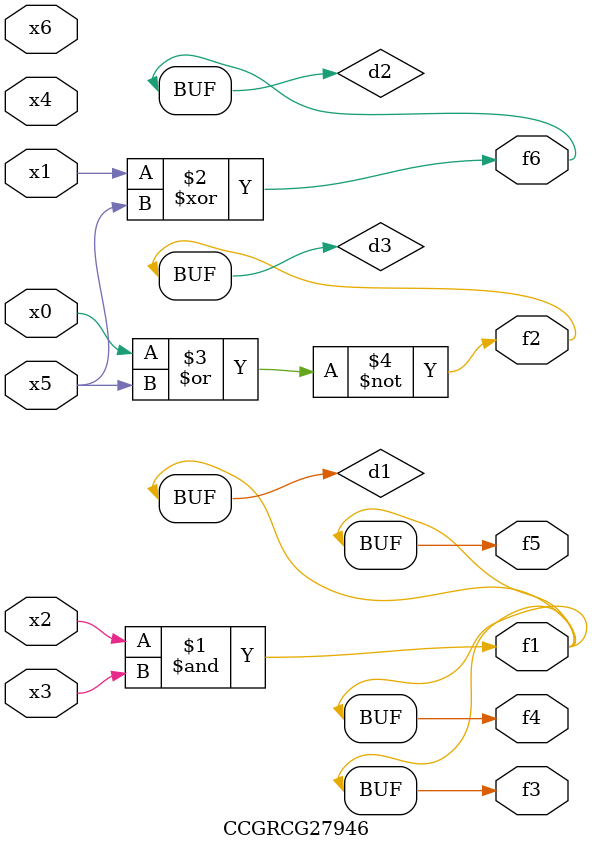
<source format=v>
module CCGRCG27946(
	input x0, x1, x2, x3, x4, x5, x6,
	output f1, f2, f3, f4, f5, f6
);

	wire d1, d2, d3;

	and (d1, x2, x3);
	xor (d2, x1, x5);
	nor (d3, x0, x5);
	assign f1 = d1;
	assign f2 = d3;
	assign f3 = d1;
	assign f4 = d1;
	assign f5 = d1;
	assign f6 = d2;
endmodule

</source>
